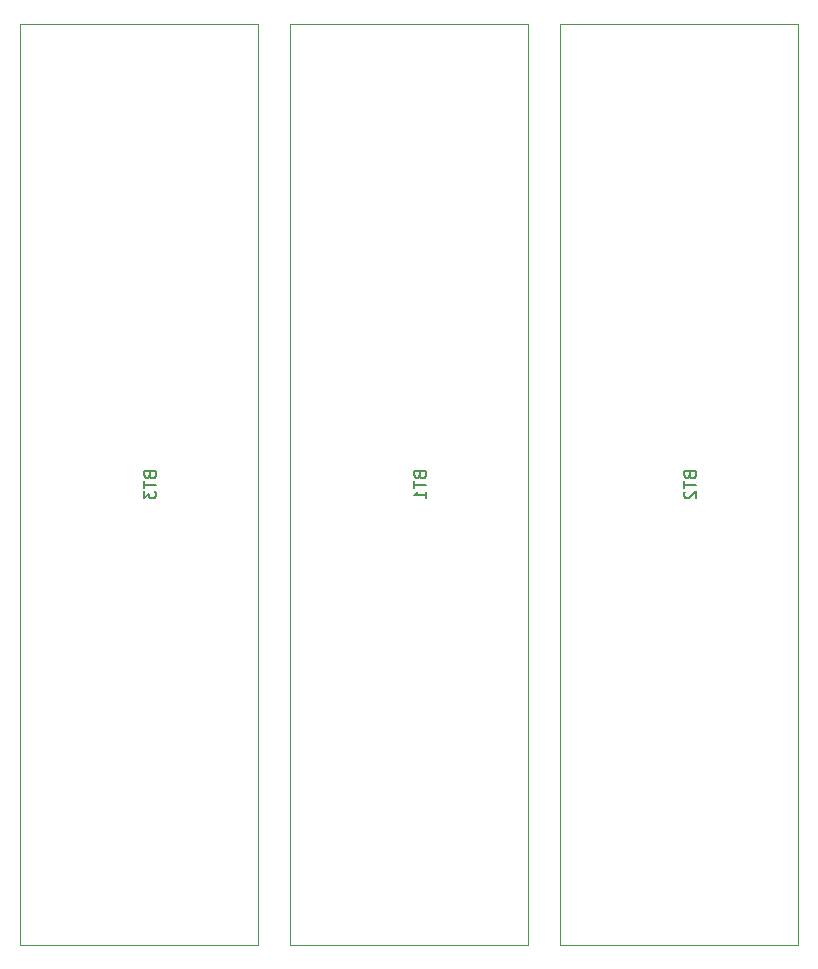
<source format=gbr>
%TF.GenerationSoftware,KiCad,Pcbnew,6.0.2-378541a8eb~116~ubuntu20.04.1*%
%TF.CreationDate,2022-04-05T22:24:09-04:00*%
%TF.ProjectId,power_board,706f7765-725f-4626-9f61-72642e6b6963,rev?*%
%TF.SameCoordinates,Original*%
%TF.FileFunction,Legend,Bot*%
%TF.FilePolarity,Positive*%
%FSLAX46Y46*%
G04 Gerber Fmt 4.6, Leading zero omitted, Abs format (unit mm)*
G04 Created by KiCad (PCBNEW 6.0.2-378541a8eb~116~ubuntu20.04.1) date 2022-04-05 22:24:09*
%MOMM*%
%LPD*%
G01*
G04 APERTURE LIST*
%ADD10C,0.150000*%
%ADD11C,0.120000*%
G04 APERTURE END LIST*
D10*
%TO.C,BT2*%
X126048571Y-63314285D02*
X126096190Y-63457142D01*
X126143809Y-63504761D01*
X126239047Y-63552380D01*
X126381904Y-63552380D01*
X126477142Y-63504761D01*
X126524761Y-63457142D01*
X126572380Y-63361904D01*
X126572380Y-62980952D01*
X125572380Y-62980952D01*
X125572380Y-63314285D01*
X125620000Y-63409523D01*
X125667619Y-63457142D01*
X125762857Y-63504761D01*
X125858095Y-63504761D01*
X125953333Y-63457142D01*
X126000952Y-63409523D01*
X126048571Y-63314285D01*
X126048571Y-62980952D01*
X125572380Y-63838095D02*
X125572380Y-64409523D01*
X126572380Y-64123809D02*
X125572380Y-64123809D01*
X125667619Y-64695238D02*
X125620000Y-64742857D01*
X125572380Y-64838095D01*
X125572380Y-65076190D01*
X125620000Y-65171428D01*
X125667619Y-65219047D01*
X125762857Y-65266666D01*
X125858095Y-65266666D01*
X126000952Y-65219047D01*
X126572380Y-64647619D01*
X126572380Y-65266666D01*
%TO.C,BT1*%
X103188571Y-63314285D02*
X103236190Y-63457142D01*
X103283809Y-63504761D01*
X103379047Y-63552380D01*
X103521904Y-63552380D01*
X103617142Y-63504761D01*
X103664761Y-63457142D01*
X103712380Y-63361904D01*
X103712380Y-62980952D01*
X102712380Y-62980952D01*
X102712380Y-63314285D01*
X102760000Y-63409523D01*
X102807619Y-63457142D01*
X102902857Y-63504761D01*
X102998095Y-63504761D01*
X103093333Y-63457142D01*
X103140952Y-63409523D01*
X103188571Y-63314285D01*
X103188571Y-62980952D01*
X102712380Y-63838095D02*
X102712380Y-64409523D01*
X103712380Y-64123809D02*
X102712380Y-64123809D01*
X103712380Y-65266666D02*
X103712380Y-64695238D01*
X103712380Y-64980952D02*
X102712380Y-64980952D01*
X102855238Y-64885714D01*
X102950476Y-64790476D01*
X102998095Y-64695238D01*
%TO.C,BT3*%
X80328571Y-63314285D02*
X80376190Y-63457142D01*
X80423809Y-63504761D01*
X80519047Y-63552380D01*
X80661904Y-63552380D01*
X80757142Y-63504761D01*
X80804761Y-63457142D01*
X80852380Y-63361904D01*
X80852380Y-62980952D01*
X79852380Y-62980952D01*
X79852380Y-63314285D01*
X79900000Y-63409523D01*
X79947619Y-63457142D01*
X80042857Y-63504761D01*
X80138095Y-63504761D01*
X80233333Y-63457142D01*
X80280952Y-63409523D01*
X80328571Y-63314285D01*
X80328571Y-62980952D01*
X79852380Y-63838095D02*
X79852380Y-64409523D01*
X80852380Y-64123809D02*
X79852380Y-64123809D01*
X79852380Y-64647619D02*
X79852380Y-65266666D01*
X80233333Y-64933333D01*
X80233333Y-65076190D01*
X80280952Y-65171428D01*
X80328571Y-65219047D01*
X80423809Y-65266666D01*
X80661904Y-65266666D01*
X80757142Y-65219047D01*
X80804761Y-65171428D01*
X80852380Y-65076190D01*
X80852380Y-64790476D01*
X80804761Y-64695238D01*
X80757142Y-64647619D01*
D11*
%TO.C,BT2*%
X115070000Y-25100000D02*
X115070000Y-103100000D01*
X115070000Y-103100000D02*
X135170000Y-103100000D01*
X135170000Y-25100000D02*
X115070000Y-25100000D01*
X135170000Y-103100000D02*
X135170000Y-25100000D01*
%TO.C,BT1*%
X92210000Y-25100000D02*
X92210000Y-103100000D01*
X92210000Y-103100000D02*
X112310000Y-103100000D01*
X112310000Y-25100000D02*
X92210000Y-25100000D01*
X112310000Y-103100000D02*
X112310000Y-25100000D01*
%TO.C,BT3*%
X69350000Y-103100000D02*
X89450000Y-103100000D01*
X89450000Y-25100000D02*
X69350000Y-25100000D01*
X89450000Y-103100000D02*
X89450000Y-25100000D01*
X69350000Y-25100000D02*
X69350000Y-103100000D01*
%TD*%
M02*

</source>
